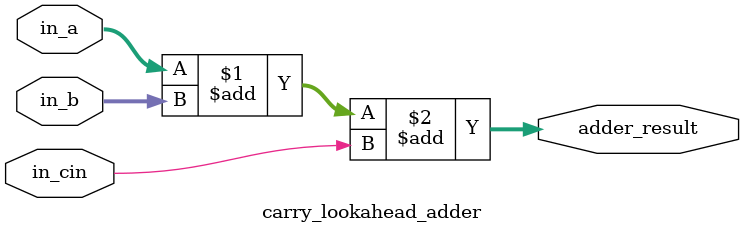
<source format=v>
`timescale 1ns/10ps

/* Carry Lookahead Adder */
module carry_lookahead_adder    #(  parameter W = 32 )
                                (   input   [W-1:0] in_a,
                                    input   [W-1:0] in_b,
                                    input           in_cin,
                                    
                                    output  [W-1:0] adder_result
                                );
								
	assign adder_result = in_a + in_b + in_cin;
	
endmodule

</source>
